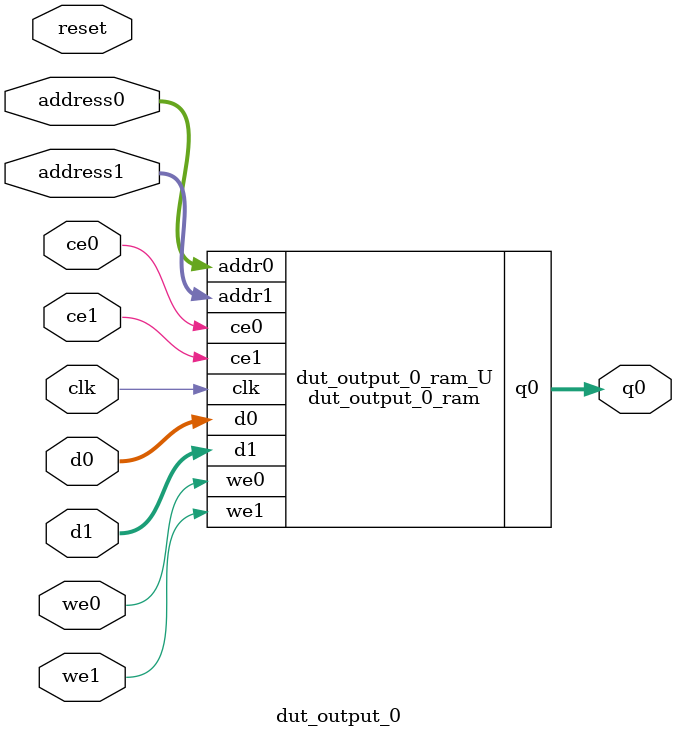
<source format=v>
`timescale 1 ns / 1 ps
module dut_output_0_ram (addr0, ce0, d0, we0, q0, addr1, ce1, d1, we1,  clk);

parameter DWIDTH = 40;
parameter AWIDTH = 9;
parameter MEM_SIZE = 384;

input[AWIDTH-1:0] addr0;
input ce0;
input[DWIDTH-1:0] d0;
input we0;
output reg[DWIDTH-1:0] q0;
input[AWIDTH-1:0] addr1;
input ce1;
input[DWIDTH-1:0] d1;
input we1;
input clk;

(* ram_style = "block" *)reg [DWIDTH-1:0] ram[0:MEM_SIZE-1];




always @(posedge clk)  
begin 
    if (ce0) begin
        if (we0) 
            ram[addr0] <= d0; 
        q0 <= ram[addr0];
    end
end


always @(posedge clk)  
begin 
    if (ce1) begin
        if (we1) 
            ram[addr1] <= d1; 
    end
end


endmodule

`timescale 1 ns / 1 ps
module dut_output_0(
    reset,
    clk,
    address0,
    ce0,
    we0,
    d0,
    q0,
    address1,
    ce1,
    we1,
    d1);

parameter DataWidth = 32'd40;
parameter AddressRange = 32'd384;
parameter AddressWidth = 32'd9;
input reset;
input clk;
input[AddressWidth - 1:0] address0;
input ce0;
input we0;
input[DataWidth - 1:0] d0;
output[DataWidth - 1:0] q0;
input[AddressWidth - 1:0] address1;
input ce1;
input we1;
input[DataWidth - 1:0] d1;



dut_output_0_ram dut_output_0_ram_U(
    .clk( clk ),
    .addr0( address0 ),
    .ce0( ce0 ),
    .we0( we0 ),
    .d0( d0 ),
    .q0( q0 ),
    .addr1( address1 ),
    .ce1( ce1 ),
    .we1( we1 ),
    .d1( d1 ));

endmodule


</source>
